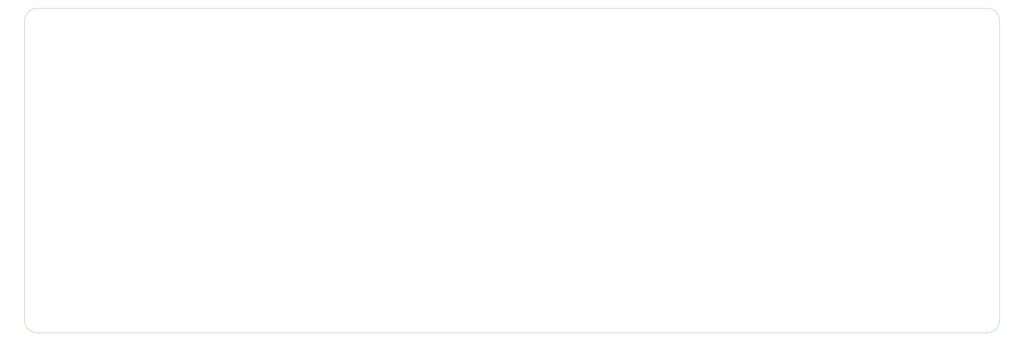
<source format=gm1>
G04 #@! TF.FileFunction,Profile,NP*
%FSLAX46Y46*%
G04 Gerber Fmt 4.6, Leading zero omitted, Abs format (unit mm)*
G04 Created by KiCad (PCBNEW 4.0.4-stable) date Thursday, 27 October 2016 'PMt' 02:14:21 PM*
%MOMM*%
%LPD*%
G01*
G04 APERTURE LIST*
%ADD10C,0.100000*%
G04 APERTURE END LIST*
D10*
X390525000Y-190500000D02*
G75*
G03X395287500Y-185737500I0J4762500D01*
G01*
X23812500Y-185737500D02*
G75*
G03X28575000Y-190500000I4762500J0D01*
G01*
X28575000Y-66675000D02*
G75*
G03X23812500Y-71437500I0J-4762500D01*
G01*
X395287500Y-71437500D02*
G75*
G03X390525000Y-66675000I-4762500J0D01*
G01*
X395287500Y-185737500D02*
X395287500Y-71437500D01*
X28575000Y-190500000D02*
X390525000Y-190500000D01*
X23812500Y-71437500D02*
X23812500Y-185737500D01*
X390525000Y-66675000D02*
X28575000Y-66675000D01*
M02*

</source>
